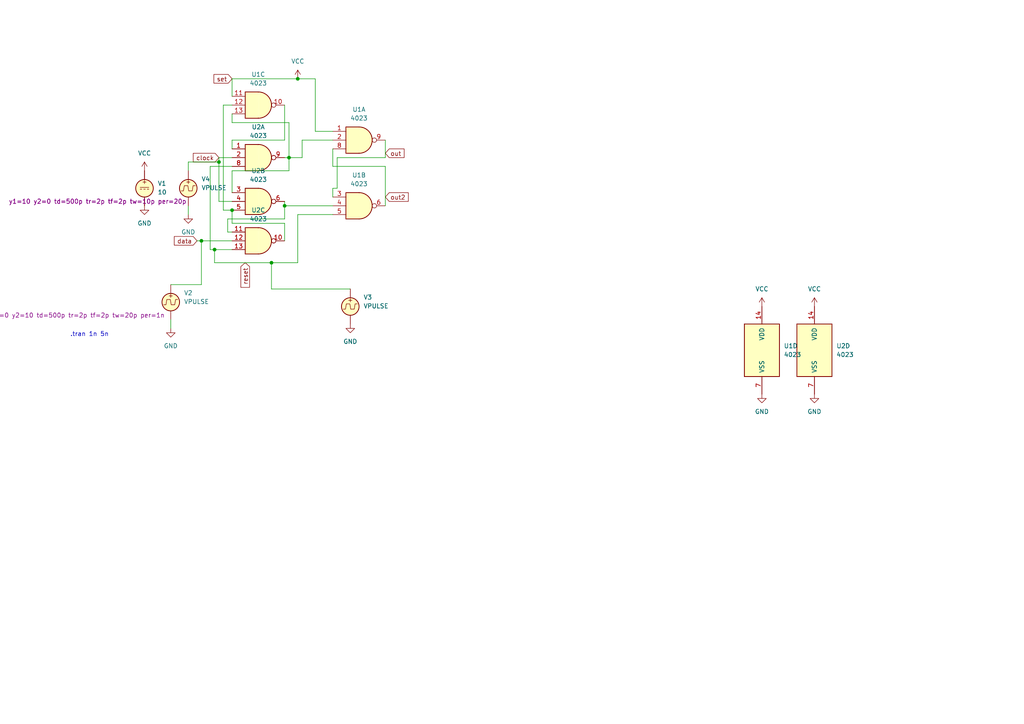
<source format=kicad_sch>
(kicad_sch (version 20230121) (generator eeschema)
  (paper "A4")
  (lib_symbols
    (symbol "4xxx:4023" (pin_names (offset 1.016))
      (property "Reference" "U" (at 0 1.27 0))
      (property "Value" "4023" (at 0 -1.27 0))
      (symbol "4023_1_1"
        (arc (start 0 -3.81) (mid 3.7934 0) (end 0 3.81) (stroke (width 0.254)) (fill (type background)))
        (polyline (pts (xy 0 3.81) (xy -3.81 3.81) (xy -3.81 -3.81) (xy 0 -3.81)) (stroke (width 0.254)) (fill (type background)))
        (pin input line (at -7.62 2.54 0) (length 3.81) (name "~") (number "1"))
        (pin input line (at -7.62 0 0) (length 3.81) (name "~") (number "2"))
        (pin input line (at -7.62 -2.54 0) (length 3.81) (name "~") (number "8"))
        (pin output inverted (at 7.62 0 180) (length 3.81) (name "~") (number "9"))
      )
      (symbol "4023_1_2"
        (arc (start -3.81 -3.81) (mid -2.589 0) (end -3.81 3.81) (stroke (width 0.254)))
        (arc (start -0.6096 -3.81) (mid 2.1842 -2.5851) (end 3.81 0) (stroke (width 0.254)) (fill (type background)))
        (polyline (pts (xy -3.81 -3.81) (xy -0.635 -3.81)) (stroke (width 0.254)) (fill (type background)))
        (polyline (pts (xy -3.81 3.81) (xy -0.635 3.81)) (stroke (width 0.254)) (fill (type background)))
        (polyline (pts (xy -0.635 3.81) (xy -3.81 3.81) (xy -3.81 3.81) (xy -3.556 3.4036) (xy -3.0226 2.2606) (xy -2.6924 1.0414) (xy -2.6162 -0.254) (xy -2.7686 -1.4986) (xy -3.175 -2.7178) (xy -3.81 -3.81) (xy -3.81 -3.81) (xy -0.635 -3.81)) (stroke (width -25.4)) (fill (type background)))
        (arc (start 3.81 0) (mid 2.1915 2.5936) (end -0.6096 3.81) (stroke (width 0.254)) (fill (type background)))
        (pin input inverted (at -7.62 2.54 0) (length 4.318) (name "~") (number "1"))
        (pin input inverted (at -7.62 0 0) (length 4.953) (name "~") (number "2"))
        (pin input inverted (at -7.62 -2.54 0) (length 4.318) (name "~") (number "8"))
        (pin output line (at 7.62 0 180) (length 3.81) (name "~") (number "9"))
      )
      (symbol "4023_2_1"
        (arc (start 0 -3.81) (mid 3.7934 0) (end 0 3.81) (stroke (width 0.254)) (fill (type background)))
        (polyline (pts (xy 0 3.81) (xy -3.81 3.81) (xy -3.81 -3.81) (xy 0 -3.81)) (stroke (width 0.254)) (fill (type background)))
        (pin input line (at -7.62 2.54 0) (length 3.81) (name "~") (number "3"))
        (pin input line (at -7.62 0 0) (length 3.81) (name "~") (number "4"))
        (pin input line (at -7.62 -2.54 0) (length 3.81) (name "~") (number "5"))
        (pin output inverted (at 7.62 0 180) (length 3.81) (name "~") (number "6"))
      )
      (symbol "4023_2_2"
        (arc (start -3.81 -3.81) (mid -2.589 0) (end -3.81 3.81) (stroke (width 0.254)))
        (arc (start -0.6096 -3.81) (mid 2.1842 -2.5851) (end 3.81 0) (stroke (width 0.254)) (fill (type background)))
        (polyline (pts (xy -3.81 -3.81) (xy -0.635 -3.81)) (stroke (width 0.254)) (fill (type background)))
        (polyline (pts (xy -3.81 3.81) (xy -0.635 3.81)) (stroke (width 0.254)) (fill (type background)))
        (polyline (pts (xy -0.635 3.81) (xy -3.81 3.81) (xy -3.81 3.81) (xy -3.556 3.4036) (xy -3.0226 2.2606) (xy -2.6924 1.0414) (xy -2.6162 -0.254) (xy -2.7686 -1.4986) (xy -3.175 -2.7178) (xy -3.81 -3.81) (xy -3.81 -3.81) (xy -0.635 -3.81)) (stroke (width -25.4)) (fill (type background)))
        (arc (start 3.81 0) (mid 2.1915 2.5936) (end -0.6096 3.81) (stroke (width 0.254)) (fill (type background)))
        (pin input inverted (at -7.62 2.54 0) (length 4.318) (name "~") (number "3"))
        (pin input inverted (at -7.62 0 0) (length 4.953) (name "~") (number "4"))
        (pin input inverted (at -7.62 -2.54 0) (length 4.318) (name "~") (number "5"))
        (pin output line (at 7.62 0 180) (length 3.81) (name "~") (number "6"))
      )
      (symbol "4023_3_1"
        (arc (start 0 -3.81) (mid 3.7934 0) (end 0 3.81) (stroke (width 0.254)) (fill (type background)))
        (polyline (pts (xy 0 3.81) (xy -3.81 3.81) (xy -3.81 -3.81) (xy 0 -3.81)) (stroke (width 0.254)) (fill (type background)))
        (pin output inverted (at 7.62 0 180) (length 3.81) (name "~") (number "10"))
        (pin input line (at -7.62 2.54 0) (length 3.81) (name "~") (number "11"))
        (pin input line (at -7.62 0 0) (length 3.81) (name "~") (number "12"))
        (pin input line (at -7.62 -2.54 0) (length 3.81) (name "~") (number "13"))
      )
      (symbol "4023_3_2"
        (arc (start -3.81 -3.81) (mid -2.589 0) (end -3.81 3.81) (stroke (width 0.254)))
        (arc (start -0.6096 -3.81) (mid 2.1842 -2.5851) (end 3.81 0) (stroke (width 0.254)) (fill (type background)))
        (polyline (pts (xy -3.81 -3.81) (xy -0.635 -3.81)) (stroke (width 0.254)) (fill (type background)))
        (polyline (pts (xy -3.81 3.81) (xy -0.635 3.81)) (stroke (width 0.254)) (fill (type background)))
        (polyline (pts (xy -0.635 3.81) (xy -3.81 3.81) (xy -3.81 3.81) (xy -3.556 3.4036) (xy -3.0226 2.2606) (xy -2.6924 1.0414) (xy -2.6162 -0.254) (xy -2.7686 -1.4986) (xy -3.175 -2.7178) (xy -3.81 -3.81) (xy -3.81 -3.81) (xy -0.635 -3.81)) (stroke (width -25.4)) (fill (type background)))
        (arc (start 3.81 0) (mid 2.1915 2.5936) (end -0.6096 3.81) (stroke (width 0.254)) (fill (type background)))
        (pin output line (at 7.62 0 180) (length 3.81) (name "~") (number "10"))
        (pin input inverted (at -7.62 2.54 0) (length 4.318) (name "~") (number "11"))
        (pin input inverted (at -7.62 0 0) (length 4.953) (name "~") (number "12"))
        (pin input inverted (at -7.62 -2.54 0) (length 4.318) (name "~") (number "13"))
      )
      (symbol "4023_4_0"
        (pin power_in line (at 0 12.7 270) (length 5.08) (name "VDD") (number "14"))
        (pin power_in line (at 0 -12.7 90) (length 5.08) (name "VSS") (number "7"))
      )
      (symbol "4023_4_1"
        (rectangle (start -5.08 7.62) (end 5.08 -7.62) (stroke (width 0.254)) (fill (type background)))
      )
    )
    (symbol "Simulation_SPICE:VDC" (pin_numbers hide) (pin_names (offset 0.0254))
      (property "Reference" "V" (at 2.54 2.54 0))
      (property "Value" "1" (at 2.54 0 0))
      (symbol "VDC_0_0"
        (polyline (pts (xy -1.27 0.254) (xy 1.27 0.254)))
        (polyline (pts (xy -0.762 -0.254) (xy -1.27 -0.254)))
        (polyline (pts (xy 0.254 -0.254) (xy -0.254 -0.254)))
        (polyline (pts (xy 1.27 -0.254) (xy 0.762 -0.254)))
        (text "+" (at 0 1.905 0) (effects (font (size 1.27 1.27))))
      )
      (symbol "VDC_0_1"
        (circle (center 0 0) (radius 2.54) (stroke (width 0.254)) (fill (type background)))
      )
      (symbol "VDC_1_1"
        (pin passive line (at 0 5.08 270) (length 2.54) (name "~") (number "1"))
        (pin passive line (at 0 -5.08 90) (length 2.54) (name "~") (number "2"))
      )
    )
    (symbol "Simulation_SPICE:VPULSE" (pin_numbers hide) (pin_names (offset 0.0254))
      (property "Reference" "V" (at 2.54 2.54 0))
      (property "Value" "VPULSE" (at 2.54 0 0))
      (property "Sim.Params" "y1=0 y2=1 td=2n tr=2n tf=2n tw=50n per=100n" (at 2.54 -2.54 0))
      (symbol "VPULSE_0_0"
        (polyline (pts (xy -2.032 -0.762) (xy -1.397 -0.762) (xy -1.143 0.762) (xy -0.127 0.762) (xy 0.127 -0.762) (xy 1.143 -0.762) (xy 1.397 0.762) (xy 2.032 0.762)))
        (text "+" (at 0 1.905 0) (effects (font (size 1.27 1.27))))
      )
      (symbol "VPULSE_0_1"
        (circle (center 0 0) (radius 2.54) (stroke (width 0.254)) (fill (type background)))
      )
      (symbol "VPULSE_1_1"
        (pin passive line (at 0 5.08 270) (length 2.54) (name "~") (number "1"))
        (pin passive line (at 0 -5.08 90) (length 2.54) (name "~") (number "2"))
      )
    )
    (symbol "power:GND" (power) (pin_names (offset 0))
      (property "Value" "GND" (at 0 -3.81 0))
      (symbol "GND_0_1"
        (polyline (pts (xy 0 0) (xy 0 -1.27) (xy 1.27 -1.27) (xy 0 -2.54) (xy -1.27 -1.27) (xy 0 -1.27)))
      )
      (symbol "GND_1_1"
        (pin power_in line (at 0 0 270) (length 0) hide (name "GND") (number "1"))
      )
    )
    (symbol "power:VCC" (power) (pin_names (offset 0))
      (property "Value" "VCC" (at 0 3.81 0))
      (symbol "VCC_0_1"
        (polyline (pts (xy -0.762 1.27) (xy 0 2.54)))
        (polyline (pts (xy 0 0) (xy 0 2.54)))
        (polyline (pts (xy 0 2.54) (xy 0.762 1.27)))
      )
      (symbol "VCC_1_1"
        (pin power_in line (at 0 0 90) (length 0) hide (name "VCC") (number "1"))
      )
    )
  )
  (junction (at 67.31 60.96))
  (junction (at 86.36 22.86))
  (junction (at 82.55 59.69))
  (junction (at 63.5 46.99))
  (junction (at 62.23 72.39))
  (junction (at 83.82 45.72))
  (junction (at 78.74 76.2))
  (junction (at 58.42 69.85))
  (wire (pts (xy 78.74 83.82) (xy 101.6 83.82)))
  (wire (pts (xy 60.96 48.26) (xy 60.96 72.39)))
  (wire (pts (xy 83.82 49.53) (xy 83.82 45.72)))
  (wire (pts (xy 64.77 60.96) (xy 67.31 60.96)))
  (wire (pts (xy 57.15 69.85) (xy 58.42 69.85)))
  (wire (pts (xy 82.55 59.69) (xy 96.52 59.69)))
  (wire (pts (xy 82.55 69.85) (xy 82.55 64.77)))
  (wire (pts (xy 111.76 40.64) (xy 111.76 45.72)))
  (wire (pts (xy 60.96 72.39) (xy 62.23 72.39)))
  (wire (pts (xy 66.04 67.31) (xy 67.31 67.31)))
  (wire (pts (xy 97.79 45.72) (xy 97.79 54.61)))
  (wire (pts (xy 96.52 40.64) (xy 87.63 40.64)))
  (wire (pts (xy 54.61 46.99) (xy 63.5 46.99)))
  (wire (pts (xy 54.61 49.53) (xy 54.61 46.99)))
  (wire (pts (xy 67.31 48.26) (xy 60.96 48.26)))
  (wire (pts (xy 54.61 59.69) (xy 54.61 62.23)))
  (wire (pts (xy 67.31 30.48) (xy 64.77 30.48)))
  (wire (pts (xy 91.44 38.1) (xy 91.44 22.86)))
  (wire (pts (xy 67.31 35.56) (xy 67.31 33.02)))
  (wire (pts (xy 82.55 63.5) (xy 66.04 63.5)))
  (wire (pts (xy 86.36 62.23) (xy 96.52 62.23)))
  (wire (pts (xy 82.55 30.48) (xy 82.55 40.64)))
  (wire (pts (xy 58.42 69.85) (xy 67.31 69.85)))
  (wire (pts (xy 67.31 40.64) (xy 67.31 43.18)))
  (wire (pts (xy 62.23 72.39) (xy 67.31 72.39)))
  (wire (pts (xy 62.23 72.39) (xy 62.23 76.2)))
  (wire (pts (xy 64.77 30.48) (xy 64.77 60.96)))
  (wire (pts (xy 63.5 45.72) (xy 67.31 45.72)))
  (wire (pts (xy 87.63 45.72) (xy 83.82 45.72)))
  (wire (pts (xy 49.53 82.55) (xy 58.42 82.55)))
  (wire (pts (xy 66.04 63.5) (xy 66.04 67.31)))
  (wire (pts (xy 67.31 22.86) (xy 67.31 27.94)))
  (wire (pts (xy 67.31 49.53) (xy 83.82 49.53)))
  (wire (pts (xy 87.63 40.64) (xy 87.63 45.72)))
  (wire (pts (xy 96.52 38.1) (xy 91.44 38.1)))
  (wire (pts (xy 82.55 58.42) (xy 82.55 59.69)))
  (wire (pts (xy 49.53 95.25) (xy 49.53 92.71)))
  (wire (pts (xy 78.74 76.2) (xy 62.23 76.2)))
  (wire (pts (xy 82.55 59.69) (xy 82.55 63.5)))
  (wire (pts (xy 63.5 58.42) (xy 63.5 46.99)))
  (wire (pts (xy 86.36 62.23) (xy 86.36 76.2)))
  (wire (pts (xy 86.36 76.2) (xy 78.74 76.2)))
  (wire (pts (xy 82.55 40.64) (xy 67.31 40.64)))
  (wire (pts (xy 111.76 45.72) (xy 97.79 45.72)))
  (wire (pts (xy 67.31 64.77) (xy 67.31 60.96)))
  (wire (pts (xy 86.36 22.86) (xy 67.31 22.86)))
  (wire (pts (xy 96.52 54.61) (xy 96.52 57.15)))
  (wire (pts (xy 82.55 64.77) (xy 67.31 64.77)))
  (wire (pts (xy 111.76 48.26) (xy 96.52 48.26)))
  (wire (pts (xy 82.55 45.72) (xy 83.82 45.72)))
  (wire (pts (xy 78.74 83.82) (xy 78.74 76.2)))
  (wire (pts (xy 67.31 58.42) (xy 63.5 58.42)))
  (wire (pts (xy 58.42 82.55) (xy 58.42 69.85)))
  (wire (pts (xy 97.79 54.61) (xy 96.52 54.61)))
  (wire (pts (xy 63.5 46.99) (xy 63.5 45.72)))
  (wire (pts (xy 111.76 59.69) (xy 111.76 48.26)))
  (wire (pts (xy 83.82 35.56) (xy 67.31 35.56)))
  (wire (pts (xy 67.31 55.88) (xy 67.31 49.53)))
  (wire (pts (xy 96.52 48.26) (xy 96.52 43.18)))
  (wire (pts (xy 91.44 22.86) (xy 86.36 22.86)))
  (wire (pts (xy 83.82 45.72) (xy 83.82 35.56)))
  (text ".tran 1n 5n\n" (at 20.32 97.79 0) (effects (font (size 1.27 1.27)) (justify left bottom)))
  (global_label "reset" (shape input) (at 71.12 76.2 270) (property "Intersheetrefs" "${INTERSHEET_REFS}" (effects hide)))
  (global_label "out2" (shape input) (at 111.76 57.15 0) (property "Intersheetrefs" "${INTERSHEET_REFS}" (effects hide)))
  (global_label "out" (shape input) (at 111.76 44.45 0) (property "Intersheetrefs" "${INTERSHEET_REFS}" (effects hide)))
  (global_label "clock" (shape input) (at 63.5 45.72 180) (property "Intersheetrefs" "${INTERSHEET_REFS}" (effects hide)))
  (global_label "data" (shape input) (at 57.15 69.85 180) (property "Intersheetrefs" "${INTERSHEET_REFS}" (effects hide)))
  (global_label "set" (shape input) (at 67.31 22.86 180) (property "Intersheetrefs" "${INTERSHEET_REFS}" (effects hide)))
  (symbol (lib_id "4xxx:4023") (at 74.93 30.48 0) (unit 3)
    (property "Reference" "U1" (at 74.9217 21.59 0))
    (property "Value" "4023" (at 74.9217 24.13 0))
    (property "Datasheet" "http://www.intersil.com/content/dam/Intersil/documents/cd40/cd4011bms-12bms-23bms.pdf" (effects hide))
    (property "Sim.Library" "/home/kreijstal/git/elektronik-praktikum/5Te-Labor/5.3/test/4081.dual.lib" (effects hide))
    (property "Sim.Name" "nand3x3" (effects hide))
    (property "Sim.Device" "SUBCKT" (effects hide))
    (property "Sim.Pins" "1=A1 2=B1 3=A2 4=B2 5=C2 6=Y2 7=VSS 8=C1 9=Y1 10=Y3 11=A3 12=B3 13=C3 14=VDD" (effects hide))
  )
  (symbol (lib_id "power:VCC") (at 41.91 49.53 0) (unit 1)
    (property "Reference" "#PWR02" (effects hide))
    (property "Value" "VCC" (at 41.91 44.45 0))
  )
  (symbol (lib_id "Simulation_SPICE:VPULSE") (at 101.6 88.9 0) (unit 1)
    (property "Reference" "V3" (at 105.41 86.2302 0) (effects (justify left)))
    (property "Value" "VPULSE" (at 105.41 88.7702 0) (effects (justify left)))
    (property "Sim.Pins" "1=+ 2=-" (effects hide))
    (property "Sim.Type" "PULSE" (effects hide))
    (property "Sim.Device" "V" (effects hide))
    (property "Sim.Params" "y1=10 y2=0 td=20p tr=2p tf=2p tw=5p per=1n" (effects hide))
  )
  (symbol (lib_id "Simulation_SPICE:VDC") (at 41.91 54.61 0) (unit 1)
    (property "Reference" "V1" (at 45.72 53.2102 0) (effects (justify left)))
    (property "Value" "10" (at 45.72 55.7502 0) (effects (justify left)))
    (property "Sim.Pins" "1=+ 2=-" (effects hide))
    (property "Sim.Type" "DC" (effects hide))
    (property "Sim.Device" "V" (effects hide))
  )
  (symbol (lib_id "power:VCC") (at 236.22 88.9 0) (unit 1)
    (property "Reference" "#PWR07" (effects hide))
    (property "Value" "VCC" (at 236.22 83.82 0))
  )
  (symbol (lib_id "Simulation_SPICE:VPULSE") (at 49.53 87.63 0) (unit 1)
    (property "Reference" "V2" (at 53.34 84.9602 0) (effects (justify left)))
    (property "Value" "VPULSE" (at 53.34 87.5002 0) (effects (justify left)))
    (property "Sim.Pins" "1=+ 2=-" (effects hide))
    (property "Sim.Type" "PULSE" (effects hide))
    (property "Sim.Device" "V" (effects hide))
    (property "Sim.Params" "y1=0 y2=10 td=500p tr=2p tf=2p tw=20p per=1n" (at -2.54 91.44 0) (effects (justify left)))
  )
  (symbol (lib_id "power:GND") (at 220.98 114.3 0) (unit 1)
    (property "Reference" "#PWR010" (effects hide))
    (property "Value" "GND" (at 220.98 119.38 0))
  )
  (symbol (lib_id "4xxx:4023") (at 74.93 58.42 0) (unit 2)
    (property "Reference" "U2" (at 74.9217 49.53 0))
    (property "Value" "4023" (at 74.9217 52.07 0))
    (property "Datasheet" "http://www.intersil.com/content/dam/Intersil/documents/cd40/cd4011bms-12bms-23bms.pdf" (effects hide))
    (property "Sim.Library" "/home/kreijstal/git/elektronik-praktikum/5Te-Labor/5.3/test/4081.dual.lib" (effects hide))
    (property "Sim.Name" "nand3x3" (effects hide))
    (property "Sim.Device" "SUBCKT" (effects hide))
    (property "Sim.Pins" "1=A1 2=B1 3=A2 4=B2 5=C2 6=Y2 7=VSS 8=C1 9=Y1 10=Y3 11=A3 12=B3 13=C3 14=VDD" (effects hide))
  )
  (symbol (lib_id "4xxx:4023") (at 104.14 40.64 0) (unit 1)
    (property "Reference" "U1" (at 104.1317 31.75 0))
    (property "Value" "4023" (at 104.1317 34.29 0))
    (property "Datasheet" "http://www.intersil.com/content/dam/Intersil/documents/cd40/cd4011bms-12bms-23bms.pdf" (effects hide))
    (property "Sim.Library" "/home/kreijstal/git/elektronik-praktikum/5Te-Labor/5.3/test/4081.dual.lib" (effects hide))
    (property "Sim.Name" "nand3x3" (effects hide))
    (property "Sim.Device" "SUBCKT" (effects hide))
    (property "Sim.Pins" "1=A1 2=B1 3=A2 4=B2 5=C2 6=Y2 7=VSS 8=C1 9=Y1 10=Y3 11=A3 12=B3 13=C3 14=VDD" (effects hide))
  )
  (symbol (lib_id "4xxx:4023") (at 220.98 101.6 0) (unit 4)
    (property "Reference" "U1" (at 227.33 100.33 0) (effects (justify left)))
    (property "Value" "4023" (at 227.33 102.87 0) (effects (justify left)))
    (property "Datasheet" "http://www.intersil.com/content/dam/Intersil/documents/cd40/cd4011bms-12bms-23bms.pdf" (effects hide))
    (property "Sim.Library" "/home/kreijstal/git/elektronik-praktikum/5Te-Labor/5.3/test/4081.dual.lib" (effects hide))
    (property "Sim.Name" "nand3x3" (effects hide))
    (property "Sim.Device" "SUBCKT" (effects hide))
    (property "Sim.Pins" "1=A1 2=B1 3=A2 4=B2 5=C2 6=Y2 7=VSS 8=C1 9=Y1 10=Y3 11=A3 12=B3 13=C3 14=VDD" (effects hide))
  )
  (symbol (lib_id "4xxx:4023") (at 74.93 69.85 0) (unit 3)
    (property "Reference" "U2" (at 74.9217 60.96 0))
    (property "Value" "4023" (at 74.9217 63.5 0))
    (property "Datasheet" "http://www.intersil.com/content/dam/Intersil/documents/cd40/cd4011bms-12bms-23bms.pdf" (effects hide))
    (property "Sim.Library" "/home/kreijstal/git/elektronik-praktikum/5Te-Labor/5.3/test/4081.dual.lib" (effects hide))
    (property "Sim.Name" "nand3x3" (effects hide))
    (property "Sim.Device" "SUBCKT" (effects hide))
    (property "Sim.Pins" "1=A1 2=B1 3=A2 4=B2 5=C2 6=Y2 7=VSS 8=C1 9=Y1 10=Y3 11=A3 12=B3 13=C3 14=VDD" (effects hide))
  )
  (symbol (lib_id "power:GND") (at 49.53 95.25 0) (unit 1)
    (property "Reference" "#PWR05" (effects hide))
    (property "Value" "GND" (at 49.53 100.33 0))
  )
  (symbol (lib_id "power:VCC") (at 86.36 22.86 0) (unit 1)
    (property "Reference" "#PWR04" (effects hide))
    (property "Value" "VCC" (at 86.36 17.78 0))
  )
  (symbol (lib_id "power:GND") (at 41.91 59.69 0) (unit 1)
    (property "Reference" "#PWR01" (effects hide))
    (property "Value" "GND" (at 41.91 64.77 0))
  )
  (symbol (lib_id "power:VCC") (at 220.98 88.9 0) (unit 1)
    (property "Reference" "#PWR08" (effects hide))
    (property "Value" "VCC" (at 220.98 83.82 0))
  )
  (symbol (lib_id "power:GND") (at 101.6 93.98 0) (unit 1)
    (property "Reference" "#PWR06" (effects hide))
    (property "Value" "GND" (at 101.6 99.06 0))
  )
  (symbol (lib_id "4xxx:4023") (at 74.93 45.72 0) (unit 1)
    (property "Reference" "U2" (at 74.9217 36.83 0))
    (property "Value" "4023" (at 74.9217 39.37 0))
    (property "Datasheet" "http://www.intersil.com/content/dam/Intersil/documents/cd40/cd4011bms-12bms-23bms.pdf" (effects hide))
    (property "Sim.Library" "/home/kreijstal/git/elektronik-praktikum/5Te-Labor/5.3/test/4081.dual.lib" (effects hide))
    (property "Sim.Name" "nand3x3" (effects hide))
    (property "Sim.Device" "SUBCKT" (effects hide))
    (property "Sim.Pins" "1=A1 2=B1 3=A2 4=B2 5=C2 6=Y2 7=VSS 8=C1 9=Y1 10=Y3 11=A3 12=B3 13=C3 14=VDD" (effects hide))
  )
  (symbol (lib_id "power:GND") (at 54.61 62.23 0) (unit 1)
    (property "Reference" "#PWR03" (effects hide))
    (property "Value" "GND" (at 54.61 67.31 0))
  )
  (symbol (lib_id "4xxx:4023") (at 104.14 59.69 0) (unit 2)
    (property "Reference" "U1" (at 104.1317 50.8 0))
    (property "Value" "4023" (at 104.1317 53.34 0))
    (property "Datasheet" "http://www.intersil.com/content/dam/Intersil/documents/cd40/cd4011bms-12bms-23bms.pdf" (effects hide))
    (property "Sim.Library" "/home/kreijstal/git/elektronik-praktikum/5Te-Labor/5.3/test/4081.dual.lib" (effects hide))
    (property "Sim.Name" "nand3x3" (effects hide))
    (property "Sim.Device" "SUBCKT" (effects hide))
    (property "Sim.Pins" "1=A1 2=B1 3=A2 4=B2 5=C2 6=Y2 7=VSS 8=C1 9=Y1 10=Y3 11=A3 12=B3 13=C3 14=VDD" (effects hide))
  )
  (symbol (lib_id "Simulation_SPICE:VPULSE") (at 54.61 54.61 0) (unit 1)
    (property "Reference" "V4" (at 58.42 51.9402 0) (effects (justify left)))
    (property "Value" "VPULSE" (at 58.42 54.4802 0) (effects (justify left)))
    (property "Sim.Pins" "1=+ 2=-" (effects hide))
    (property "Sim.Type" "PULSE" (effects hide))
    (property "Sim.Device" "V" (effects hide))
    (property "Sim.Params" "y1=10 y2=0 td=500p tr=2p tf=2p tw=10p per=20p" (at 2.54 58.42 0) (effects (justify left)))
  )
  (symbol (lib_id "power:GND") (at 236.22 114.3 0) (unit 1)
    (property "Reference" "#PWR09" (effects hide))
    (property "Value" "GND" (at 236.22 119.38 0))
  )
  (symbol (lib_id "4xxx:4023") (at 236.22 101.6 0) (unit 4)
    (property "Reference" "U2" (at 242.57 100.33 0) (effects (justify left)))
    (property "Value" "4023" (at 242.57 102.87 0) (effects (justify left)))
    (property "Datasheet" "http://www.intersil.com/content/dam/Intersil/documents/cd40/cd4011bms-12bms-23bms.pdf" (effects hide))
    (property "Sim.Library" "/home/kreijstal/git/elektronik-praktikum/5Te-Labor/5.3/test/4081.dual.lib" (effects hide))
    (property "Sim.Name" "nand3x3" (effects hide))
    (property "Sim.Device" "SUBCKT" (effects hide))
    (property "Sim.Pins" "1=A1 2=B1 3=A2 4=B2 5=C2 6=Y2 7=VSS 8=C1 9=Y1 10=Y3 11=A3 12=B3 13=C3 14=VDD" (effects hide))
  )
)
</source>
